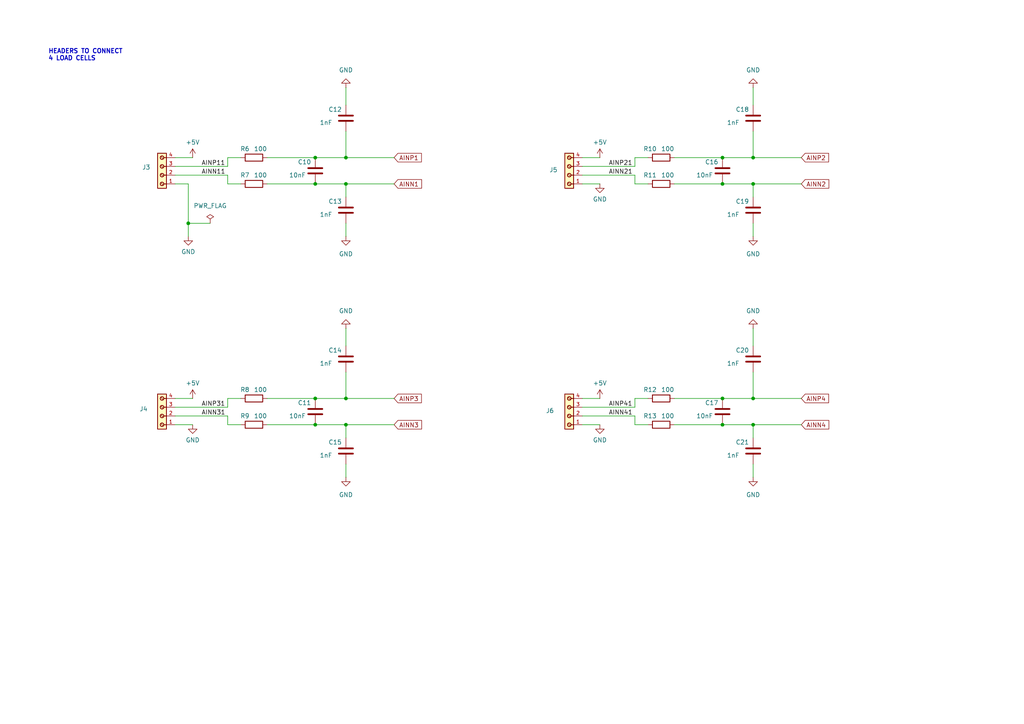
<source format=kicad_sch>
(kicad_sch (version 20231120) (generator "eeschema") (generator_version "8.0")
  (paper "A4")
  (lib_symbols
    (symbol "691210910004:691210910004" (pin_names (offset 1.016))
      (property "Reference" "J" (at -7.42 -0.922 0))
      (property "Value" "691210910004" (at -7.37 -2.58 0))
      (symbol "691210910004_0_0"
        (rectangle (start -6.35 -2.54) (end 3.81 0) (stroke (width 0.254)) (fill (type background)))
        (circle (center -5.08 -1.27) (radius 0.508) (stroke (width 0.254)))
        (circle (center -2.54 -1.27) (radius 0.508) (stroke (width 0.254)))
        (circle (center 0 -1.27) (radius 0.508) (stroke (width 0.254)))
        (polyline (pts (xy -5.08 -1.778) (xy -5.08 -2.54)) (stroke (width 0.254)))
        (polyline (pts (xy -4.826 -1.016) (xy -5.334 -1.524)) (stroke (width 0.1524)))
        (polyline (pts (xy -2.54 -1.778) (xy -2.54 -2.54)) (stroke (width 0.254)))
        (polyline (pts (xy -2.286 -1.016) (xy -2.794 -1.524)) (stroke (width 0.1524)))
        (polyline (pts (xy 0 -1.778) (xy 0 -2.54)) (stroke (width 0.254)))
        (polyline (pts (xy 0.254 -1.016) (xy -0.254 -1.524)) (stroke (width 0.1524)))
        (polyline (pts (xy 2.54 -1.778) (xy 2.54 -2.54)) (stroke (width 0.254)))
        (polyline (pts (xy 2.794 -1.016) (xy 2.286 -1.524)) (stroke (width 0.1524)))
        (circle (center 2.54 -1.27) (radius 0.508) (stroke (width 0.254)))
        (pin passive line (at -5.08 -5.08 90) (length 2.54) (name "~") (number "1"))
        (pin passive line (at -2.54 -5.08 90) (length 2.54) (name "~") (number "2"))
        (pin passive line (at 0 -5.08 90) (length 2.54) (name "~") (number "3"))
        (pin passive line (at 2.54 -5.08 90) (length 2.54) (name "~") (number "4"))
      )
    )
    (symbol "Device:C" (pin_numbers hide) (pin_names (offset 0.254))
      (property "Reference" "C" (at 0.635 2.54 0))
      (property "Value" "C" (at 0.635 -2.54 0))
      (symbol "C_0_1"
        (polyline (pts (xy -2.032 -0.762) (xy 2.032 -0.762)) (stroke (width 0.508)))
        (polyline (pts (xy -2.032 0.762) (xy 2.032 0.762)) (stroke (width 0.508)))
      )
      (symbol "C_1_1"
        (pin passive line (at 0 3.81 270) (length 2.794) (name "~") (number "1"))
        (pin passive line (at 0 -3.81 90) (length 2.794) (name "~") (number "2"))
      )
    )
    (symbol "Device:R" (pin_numbers hide) (pin_names (offset 0))
      (property "Reference" "R" (at 2.032 0 90))
      (property "Value" "R" (at 0 0 90))
      (symbol "R_0_1"
        (rectangle (start -1.016 -2.54) (end 1.016 2.54) (stroke (width 0.254)))
      )
      (symbol "R_1_1"
        (pin passive line (at 0 3.81 270) (length 1.27) (name "~") (number "1"))
        (pin passive line (at 0 -3.81 90) (length 1.27) (name "~") (number "2"))
      )
    )
    (symbol "power:+5V" (power) (pin_numbers hide) (pin_names (offset 0) hide)
      (property "Value" "+5V" (at 0 3.556 0))
      (symbol "+5V_0_1"
        (polyline (pts (xy -0.762 1.27) (xy 0 2.54)))
        (polyline (pts (xy 0 0) (xy 0 2.54)))
        (polyline (pts (xy 0 2.54) (xy 0.762 1.27)))
      )
      (symbol "+5V_1_1"
        (pin power_in line (at 0 0 90) (length 0) (name "~") (number "1"))
      )
    )
    (symbol "power:GND" (power) (pin_numbers hide) (pin_names (offset 0) hide)
      (property "Value" "GND" (at 0 -3.81 0))
      (symbol "GND_0_1"
        (polyline (pts (xy 0 0) (xy 0 -1.27) (xy 1.27 -1.27) (xy 0 -2.54) (xy -1.27 -1.27) (xy 0 -1.27)))
      )
      (symbol "GND_1_1"
        (pin power_in line (at 0 0 270) (length 0) (name "~") (number "1"))
      )
    )
    (symbol "power:PWR_FLAG" (power) (pin_numbers hide) (pin_names (offset 0) hide)
      (property "Value" "PWR_FLAG" (at 0 3.81 0))
      (symbol "PWR_FLAG_0_0"
        (pin power_out line (at 0 0 90) (length 0) (name "~") (number "1"))
      )
      (symbol "PWR_FLAG_0_1"
        (polyline (pts (xy 0 0) (xy 0 1.27) (xy -1.016 1.905) (xy 0 2.54) (xy 1.016 1.905) (xy 0 1.27)))
      )
    )
  )
  (junction (at 209.55 53.34))
  (junction (at 100.33 45.72))
  (junction (at 91.44 53.34))
  (junction (at 209.55 115.57))
  (junction (at 100.33 123.19))
  (junction (at 100.33 53.34))
  (junction (at 54.61 64.77))
  (junction (at 218.44 123.19))
  (junction (at 100.33 115.57))
  (junction (at 209.55 45.72))
  (junction (at 91.44 123.19))
  (junction (at 91.44 45.72))
  (junction (at 218.44 53.34))
  (junction (at 218.44 45.72))
  (junction (at 91.44 115.57))
  (junction (at 209.55 123.19))
  (junction (at 218.44 115.57))
  (wire (pts (xy 168.91 118.11) (xy 184.15 118.11)))
  (wire (pts (xy 168.91 50.8) (xy 184.15 50.8)))
  (wire (pts (xy 100.33 53.34) (xy 100.33 57.15)))
  (wire (pts (xy 77.47 123.19) (xy 91.44 123.19)))
  (wire (pts (xy 218.44 53.34) (xy 218.44 57.15)))
  (wire (pts (xy 66.04 48.26) (xy 66.04 45.72)))
  (wire (pts (xy 168.91 123.19) (xy 173.99 123.19)))
  (wire (pts (xy 66.04 118.11) (xy 66.04 115.57)))
  (wire (pts (xy 184.15 48.26) (xy 184.15 45.72)))
  (wire (pts (xy 100.33 53.34) (xy 114.3 53.34)))
  (wire (pts (xy 195.58 115.57) (xy 209.55 115.57)))
  (wire (pts (xy 195.58 123.19) (xy 209.55 123.19)))
  (wire (pts (xy 91.44 123.19) (xy 100.33 123.19)))
  (wire (pts (xy 218.44 115.57) (xy 232.41 115.57)))
  (wire (pts (xy 66.04 123.19) (xy 69.85 123.19)))
  (wire (pts (xy 168.91 53.34) (xy 173.99 53.34)))
  (wire (pts (xy 218.44 123.19) (xy 232.41 123.19)))
  (wire (pts (xy 66.04 50.8) (xy 66.04 53.34)))
  (wire (pts (xy 50.8 50.8) (xy 66.04 50.8)))
  (wire (pts (xy 100.33 115.57) (xy 114.3 115.57)))
  (wire (pts (xy 100.33 123.19) (xy 114.3 123.19)))
  (wire (pts (xy 66.04 115.57) (xy 69.85 115.57)))
  (wire (pts (xy 209.55 115.57) (xy 218.44 115.57)))
  (wire (pts (xy 91.44 45.72) (xy 100.33 45.72)))
  (wire (pts (xy 195.58 45.72) (xy 209.55 45.72)))
  (wire (pts (xy 184.15 118.11) (xy 184.15 115.57)))
  (wire (pts (xy 54.61 53.34) (xy 54.61 64.77)))
  (wire (pts (xy 184.15 120.65) (xy 184.15 123.19)))
  (wire (pts (xy 218.44 64.77) (xy 218.44 68.58)))
  (wire (pts (xy 168.91 120.65) (xy 184.15 120.65)))
  (wire (pts (xy 218.44 123.19) (xy 218.44 127)))
  (wire (pts (xy 168.91 115.57) (xy 173.99 115.57)))
  (wire (pts (xy 184.15 53.34) (xy 187.96 53.34)))
  (wire (pts (xy 77.47 115.57) (xy 91.44 115.57)))
  (wire (pts (xy 168.91 45.72) (xy 173.99 45.72)))
  (wire (pts (xy 91.44 53.34) (xy 100.33 53.34)))
  (wire (pts (xy 66.04 45.72) (xy 69.85 45.72)))
  (wire (pts (xy 100.33 107.95) (xy 100.33 115.57)))
  (wire (pts (xy 100.33 134.62) (xy 100.33 138.43)))
  (wire (pts (xy 184.15 50.8) (xy 184.15 53.34)))
  (wire (pts (xy 100.33 38.1) (xy 100.33 45.72)))
  (wire (pts (xy 184.15 115.57) (xy 187.96 115.57)))
  (wire (pts (xy 218.44 134.62) (xy 218.44 138.43)))
  (wire (pts (xy 184.15 45.72) (xy 187.96 45.72)))
  (wire (pts (xy 100.33 95.25) (xy 100.33 100.33)))
  (wire (pts (xy 54.61 64.77) (xy 54.61 68.58)))
  (wire (pts (xy 209.55 123.19) (xy 218.44 123.19)))
  (wire (pts (xy 66.04 53.34) (xy 69.85 53.34)))
  (wire (pts (xy 100.33 123.19) (xy 100.33 127)))
  (wire (pts (xy 209.55 53.34) (xy 218.44 53.34)))
  (wire (pts (xy 218.44 45.72) (xy 232.41 45.72)))
  (wire (pts (xy 100.33 45.72) (xy 114.3 45.72)))
  (wire (pts (xy 218.44 25.4) (xy 218.44 30.48)))
  (wire (pts (xy 54.61 53.34) (xy 50.8 53.34)))
  (wire (pts (xy 50.8 115.57) (xy 55.88 115.57)))
  (wire (pts (xy 66.04 120.65) (xy 66.04 123.19)))
  (wire (pts (xy 218.44 107.95) (xy 218.44 115.57)))
  (wire (pts (xy 91.44 115.57) (xy 100.33 115.57)))
  (wire (pts (xy 77.47 53.34) (xy 91.44 53.34)))
  (wire (pts (xy 218.44 38.1) (xy 218.44 45.72)))
  (wire (pts (xy 50.8 123.19) (xy 55.88 123.19)))
  (wire (pts (xy 218.44 53.34) (xy 232.41 53.34)))
  (wire (pts (xy 184.15 123.19) (xy 187.96 123.19)))
  (wire (pts (xy 60.96 64.77) (xy 54.61 64.77)))
  (wire (pts (xy 50.8 45.72) (xy 55.88 45.72)))
  (wire (pts (xy 209.55 45.72) (xy 218.44 45.72)))
  (wire (pts (xy 50.8 120.65) (xy 66.04 120.65)))
  (wire (pts (xy 218.44 95.25) (xy 218.44 100.33)))
  (wire (pts (xy 100.33 64.77) (xy 100.33 68.58)))
  (wire (pts (xy 50.8 118.11) (xy 66.04 118.11)))
  (wire (pts (xy 168.91 48.26) (xy 184.15 48.26)))
  (wire (pts (xy 195.58 53.34) (xy 209.55 53.34)))
  (wire (pts (xy 77.47 45.72) (xy 91.44 45.72)))
  (wire (pts (xy 100.33 25.4) (xy 100.33 30.48)))
  (wire (pts (xy 50.8 48.26) (xy 66.04 48.26)))
  (text "HEADERS TO CONNECT\n4 LOAD CELLS" (at 13.97 17.78 0) (effects (font (size 1.27 1.27) (thickness 0.254) (bold yes)) (justify left bottom)))
  (label "AINP41" (at 176.53 118.11 0))
  (label "AINN31" (at 58.42 120.65 0))
  (label "AINN41" (at 176.53 120.65 0))
  (label "AINP21" (at 176.53 48.26 0))
  (label "AINN11" (at 58.42 50.8 0))
  (label "AINN21" (at 176.53 50.8 0))
  (label "AINP11" (at 58.42 48.26 0))
  (label "AINP31" (at 58.42 118.11 0))
  (global_label "AINP3" (shape input) (at 114.3 115.57 0) (property "Intersheetrefs" "${INTERSHEET_REFS}" (effects (hide yes))))
  (global_label "AINN1" (shape input) (at 114.3 53.34 0) (property "Intersheetrefs" "${INTERSHEET_REFS}" (effects (hide yes))))
  (global_label "AINP2" (shape input) (at 232.41 45.72 0) (property "Intersheetrefs" "${INTERSHEET_REFS}" (effects (hide yes))))
  (global_label "AINP4" (shape input) (at 232.41 115.57 0) (property "Intersheetrefs" "${INTERSHEET_REFS}" (effects (hide yes))))
  (global_label "AINN2" (shape input) (at 232.41 53.34 0) (property "Intersheetrefs" "${INTERSHEET_REFS}" (effects (hide yes))))
  (global_label "AINN4" (shape input) (at 232.41 123.19 0) (property "Intersheetrefs" "${INTERSHEET_REFS}" (effects (hide yes))))
  (global_label "AINN3" (shape input) (at 114.3 123.19 0) (property "Intersheetrefs" "${INTERSHEET_REFS}" (effects (hide yes))))
  (global_label "AINP1" (shape input) (at 114.3 45.72 0) (property "Intersheetrefs" "${INTERSHEET_REFS}" (effects (hide yes))))
  (symbol (lib_id "power:GND") (at 173.99 53.34 0) (unit 1)
    (property "Reference" "#PWR04" (effects (hide yes)))
    (property "Value" "GND" (at 173.99 57.785 0))
    (property "Description" "Power symbol creates a global label with name \"GND\" , ground" (effects (hide yes)))
  )
  (symbol (lib_id "Device:R") (at 73.66 53.34 90) (unit 1)
    (property "Reference" "R7" (at 72.39 50.8 90) (effects (justify left)))
    (property "Value" "100" (at 77.47 50.8 90) (effects (justify left)))
    (property "Footprint" "Resistor_SMD:R_0805_2012Metric_Pad1.20x1.40mm_HandSolder" (effects (hide yes)))
  )
  (symbol (lib_id "power:GND") (at 218.44 138.43 0) (unit 1)
    (property "Reference" "#PWR036" (effects (hide yes)))
    (property "Value" "GND" (at 218.44 143.51 0))
    (property "Description" "Power symbol creates a global label with name \"GND\" , ground" (effects (hide yes)))
  )
  (symbol (lib_id "Device:C") (at 91.44 49.53 0) (unit 1)
    (property "Reference" "C10" (at 86.36 46.99 0) (effects (justify left)))
    (property "Value" "10nF" (at 83.82 50.8 0) (effects (justify left)))
    (property "Footprint" "Capacitor_SMD:C_0805_2012Metric_Pad1.18x1.45mm_HandSolder" (effects (hide yes)))
  )
  (symbol (lib_id "Device:C") (at 209.55 119.38 0) (unit 1)
    (property "Reference" "C17" (at 204.47 116.84 0) (effects (justify left)))
    (property "Value" "10nF" (at 201.93 120.65 0) (effects (justify left)))
    (property "Footprint" "Capacitor_SMD:C_0805_2012Metric_Pad1.18x1.45mm_HandSolder" (effects (hide yes)))
  )
  (symbol (lib_id "power:GND") (at 218.44 68.58 0) (unit 1)
    (property "Reference" "#PWR010" (effects (hide yes)))
    (property "Value" "GND" (at 218.44 73.66 0))
    (property "Description" "Power symbol creates a global label with name \"GND\" , ground" (effects (hide yes)))
  )
  (symbol (lib_id "power:GND") (at 100.33 68.58 0) (unit 1)
    (property "Reference" "#PWR08" (effects (hide yes)))
    (property "Value" "GND" (at 100.33 73.66 0))
    (property "Description" "Power symbol creates a global label with name \"GND\" , ground" (effects (hide yes)))
  )
  (symbol (lib_id "power:GND") (at 218.44 95.25 180) (unit 1)
    (property "Reference" "#PWR035" (effects (hide yes)))
    (property "Value" "GND" (at 218.44 90.17 0))
    (property "Description" "Power symbol creates a global label with name \"GND\" , ground" (effects (hide yes)))
  )
  (symbol (lib_id "691210910004:691210910004") (at 45.72 48.26 90) (unit 1)
    (property "Reference" "J3" (at 42.418 48.514 90))
    (property "Value" "691210910004" (effects (hide yes)))
    (property "Footprint" "691210910004:691210910004" (effects (hide yes)))
    (property "Check_prices" "https://www.snapeda.com/parts/691210910004/W%25C3%25BCrth+Elektronik+Midcom/view-part/?ref=eda" (effects (hide yes)))
    (property "WIRE" "30 to 18 (AWG) 0.0509 to 0.823 (mm²)" (effects (hide yes)))
    (property "Description_1" "\n                        \n                            4 Position Wire to Board Terminal Block Horizontal with Board 0.100 (2.54mm) Through Hole\n                        \n" (effects (hide yes)))
    (property "Package" "None" (effects (hide yes)))
    (property "MOUNT" "THT" (effects (hide yes)))
    (property "IR-UL" "6A" (effects (hide yes)))
    (property "Availability" "In Stock" (effects (hide yes)))
    (property "WORKING-VOLTAGE-UL" "150V (AC)" (effects (hide yes)))
    (property "PART-NUMBER" "691210910004" (effects (hide yes)))
    (property "MF" "Würth Elektronik" (effects (hide yes)))
    (property "DATASHEET-URL" "https://www.we-online.com/redexpert/spec/691210910004?ae" (effects (hide yes)))
    (property "MP" "691210910004" (effects (hide yes)))
    (property "PITCH" "2.54mm" (effects (hide yes)))
    (property "PINS" "4" (effects (hide yes)))
    (property "TYPE" "Horizontal" (effects (hide yes)))
    (property "Price" "None" (effects (hide yes)))
    (property "SnapEDA_Link" "https://www.snapeda.com/parts/691210910004/W%25C3%25BCrth+Elektronik+Midcom/view-part/?ref=snap" (effects (hide yes)))
  )
  (symbol (lib_id "Device:R") (at 191.77 115.57 90) (unit 1)
    (property "Reference" "R12" (at 190.5 113.03 90) (effects (justify left)))
    (property "Value" "100" (at 195.58 113.03 90) (effects (justify left)))
    (property "Footprint" "Resistor_SMD:R_0805_2012Metric_Pad1.20x1.40mm_HandSolder" (effects (hide yes)))
  )
  (symbol (lib_id "Device:C") (at 218.44 60.96 0) (unit 1)
    (property "Reference" "C19" (at 213.36 58.42 0) (effects (justify left)))
    (property "Value" "1nF" (at 210.82 62.23 0) (effects (justify left)))
    (property "Footprint" "Capacitor_SMD:C_0805_2012Metric_Pad1.18x1.45mm_HandSolder" (effects (hide yes)))
  )
  (symbol (lib_id "Device:R") (at 191.77 123.19 90) (unit 1)
    (property "Reference" "R13" (at 190.5 120.65 90) (effects (justify left)))
    (property "Value" "100" (at 195.58 120.65 90) (effects (justify left)))
    (property "Footprint" "Resistor_SMD:R_0805_2012Metric_Pad1.20x1.40mm_HandSolder" (effects (hide yes)))
  )
  (symbol (lib_id "691210910004:691210910004") (at 45.72 118.11 90) (unit 1)
    (property "Reference" "J4" (at 41.656 118.618 90))
    (property "Value" "691210910004" (effects (hide yes)))
    (property "Footprint" "691210910004:691210910004" (effects (hide yes)))
    (property "Check_prices" "https://www.snapeda.com/parts/691210910004/W%25C3%25BCrth+Elektronik+Midcom/view-part/?ref=eda" (effects (hide yes)))
    (property "WIRE" "30 to 18 (AWG) 0.0509 to 0.823 (mm²)" (effects (hide yes)))
    (property "Description_1" "\n                        \n                            4 Position Wire to Board Terminal Block Horizontal with Board 0.100 (2.54mm) Through Hole\n                        \n" (effects (hide yes)))
    (property "Package" "None" (effects (hide yes)))
    (property "MOUNT" "THT" (effects (hide yes)))
    (property "IR-UL" "6A" (effects (hide yes)))
    (property "Availability" "In Stock" (effects (hide yes)))
    (property "WORKING-VOLTAGE-UL" "150V (AC)" (effects (hide yes)))
    (property "PART-NUMBER" "691210910004" (effects (hide yes)))
    (property "MF" "Würth Elektronik" (effects (hide yes)))
    (property "DATASHEET-URL" "https://www.we-online.com/redexpert/spec/691210910004?ae" (effects (hide yes)))
    (property "MP" "691210910004" (effects (hide yes)))
    (property "PITCH" "2.54mm" (effects (hide yes)))
    (property "PINS" "4" (effects (hide yes)))
    (property "TYPE" "Horizontal" (effects (hide yes)))
    (property "Price" "None" (effects (hide yes)))
    (property "SnapEDA_Link" "https://www.snapeda.com/parts/691210910004/W%25C3%25BCrth+Elektronik+Midcom/view-part/?ref=snap" (effects (hide yes)))
  )
  (symbol (lib_id "Device:C") (at 100.33 104.14 0) (unit 1)
    (property "Reference" "C14" (at 95.25 101.6 0) (effects (justify left)))
    (property "Value" "1nF" (at 92.71 105.41 0) (effects (justify left)))
    (property "Footprint" "Capacitor_SMD:C_0805_2012Metric_Pad1.18x1.45mm_HandSolder" (effects (hide yes)))
  )
  (symbol (lib_id "Device:C") (at 218.44 104.14 0) (unit 1)
    (property "Reference" "C20" (at 213.36 101.6 0) (effects (justify left)))
    (property "Value" "1nF" (at 210.82 105.41 0) (effects (justify left)))
    (property "Footprint" "Capacitor_SMD:C_0805_2012Metric_Pad1.18x1.45mm_HandSolder" (effects (hide yes)))
  )
  (symbol (lib_id "Device:R") (at 73.66 115.57 90) (unit 1)
    (property "Reference" "R8" (at 72.39 113.03 90) (effects (justify left)))
    (property "Value" "100" (at 77.47 113.03 90) (effects (justify left)))
    (property "Footprint" "Resistor_SMD:R_0805_2012Metric_Pad1.20x1.40mm_HandSolder" (effects (hide yes)))
  )
  (symbol (lib_id "691210910004:691210910004") (at 163.83 48.26 90) (unit 1)
    (property "Reference" "J5" (at 160.528 49.276 90))
    (property "Value" "691210910004" (effects (hide yes)))
    (property "Footprint" "691210910004:691210910004" (effects (hide yes)))
    (property "Check_prices" "https://www.snapeda.com/parts/691210910004/W%25C3%25BCrth+Elektronik+Midcom/view-part/?ref=eda" (effects (hide yes)))
    (property "WIRE" "30 to 18 (AWG) 0.0509 to 0.823 (mm²)" (effects (hide yes)))
    (property "Description_1" "\n                        \n                            4 Position Wire to Board Terminal Block Horizontal with Board 0.100 (2.54mm) Through Hole\n                        \n" (effects (hide yes)))
    (property "Package" "None" (effects (hide yes)))
    (property "MOUNT" "THT" (effects (hide yes)))
    (property "IR-UL" "6A" (effects (hide yes)))
    (property "Availability" "In Stock" (effects (hide yes)))
    (property "WORKING-VOLTAGE-UL" "150V (AC)" (effects (hide yes)))
    (property "PART-NUMBER" "691210910004" (effects (hide yes)))
    (property "MF" "Würth Elektronik" (effects (hide yes)))
    (property "DATASHEET-URL" "https://www.we-online.com/redexpert/spec/691210910004?ae" (effects (hide yes)))
    (property "MP" "691210910004" (effects (hide yes)))
    (property "PITCH" "2.54mm" (effects (hide yes)))
    (property "PINS" "4" (effects (hide yes)))
    (property "TYPE" "Horizontal" (effects (hide yes)))
    (property "Price" "None" (effects (hide yes)))
    (property "SnapEDA_Link" "https://www.snapeda.com/parts/691210910004/W%25C3%25BCrth+Elektronik+Midcom/view-part/?ref=snap" (effects (hide yes)))
  )
  (symbol (lib_id "power:+5V") (at 55.88 115.57 0) (unit 1)
    (property "Reference" "#PWR017" (effects (hide yes)))
    (property "Value" "+5V" (at 55.88 111.125 0))
    (property "Description" "Power symbol creates a global label with name \"+5V\"" (effects (hide yes)))
  )
  (symbol (lib_id "power:GND") (at 173.99 123.19 0) (unit 1)
    (property "Reference" "#PWR034" (effects (hide yes)))
    (property "Value" "GND" (at 173.99 127.635 0))
    (property "Description" "Power symbol creates a global label with name \"GND\" , ground" (effects (hide yes)))
  )
  (symbol (lib_id "power:GND") (at 100.33 25.4 180) (unit 1)
    (property "Reference" "#PWR07" (effects (hide yes)))
    (property "Value" "GND" (at 100.33 20.32 0))
    (property "Description" "Power symbol creates a global label with name \"GND\" , ground" (effects (hide yes)))
  )
  (symbol (lib_id "Device:R") (at 191.77 53.34 90) (unit 1)
    (property "Reference" "R11" (at 190.5 50.8 90) (effects (justify left)))
    (property "Value" "100" (at 195.58 50.8 90) (effects (justify left)))
    (property "Footprint" "Resistor_SMD:R_0805_2012Metric_Pad1.20x1.40mm_HandSolder" (effects (hide yes)))
  )
  (symbol (lib_id "Device:C") (at 100.33 34.29 0) (unit 1)
    (property "Reference" "C12" (at 95.25 31.75 0) (effects (justify left)))
    (property "Value" "1nF" (at 92.71 35.56 0) (effects (justify left)))
    (property "Footprint" "Capacitor_SMD:C_0805_2012Metric_Pad1.18x1.45mm_HandSolder" (effects (hide yes)))
  )
  (symbol (lib_id "power:GND") (at 55.88 123.19 0) (unit 1)
    (property "Reference" "#PWR018" (effects (hide yes)))
    (property "Value" "GND" (at 55.88 127.635 0))
    (property "Description" "Power symbol creates a global label with name \"GND\" , ground" (effects (hide yes)))
  )
  (symbol (lib_id "power:+5V") (at 173.99 45.72 0) (unit 1)
    (property "Reference" "#PWR03" (effects (hide yes)))
    (property "Value" "+5V" (at 173.99 41.275 0))
    (property "Description" "Power symbol creates a global label with name \"+5V\"" (effects (hide yes)))
  )
  (symbol (lib_id "Device:R") (at 73.66 45.72 90) (unit 1)
    (property "Reference" "R6" (at 72.39 43.18 90) (effects (justify left)))
    (property "Value" "100" (at 77.47 43.18 90) (effects (justify left)))
    (property "Footprint" "Resistor_SMD:R_0805_2012Metric_Pad1.20x1.40mm_HandSolder" (effects (hide yes)))
  )
  (symbol (lib_id "Device:C") (at 209.55 49.53 0) (unit 1)
    (property "Reference" "C16" (at 204.47 46.99 0) (effects (justify left)))
    (property "Value" "10nF" (at 201.93 50.8 0) (effects (justify left)))
    (property "Footprint" "Capacitor_SMD:C_0805_2012Metric_Pad1.18x1.45mm_HandSolder" (effects (hide yes)))
  )
  (symbol (lib_id "power:GND") (at 218.44 25.4 180) (unit 1)
    (property "Reference" "#PWR09" (effects (hide yes)))
    (property "Value" "GND" (at 218.44 20.32 0))
    (property "Description" "Power symbol creates a global label with name \"GND\" , ground" (effects (hide yes)))
  )
  (symbol (lib_id "Device:R") (at 73.66 123.19 90) (unit 1)
    (property "Reference" "R9" (at 72.39 120.65 90) (effects (justify left)))
    (property "Value" "100" (at 77.47 120.65 90) (effects (justify left)))
    (property "Footprint" "Resistor_SMD:R_0805_2012Metric_Pad1.20x1.40mm_HandSolder" (effects (hide yes)))
  )
  (symbol (lib_id "power:GND") (at 54.61 68.58 0) (unit 1)
    (property "Reference" "#PWR02" (effects (hide yes)))
    (property "Value" "GND" (at 54.61 73.025 0))
    (property "Description" "Power symbol creates a global label with name \"GND\" , ground" (effects (hide yes)))
  )
  (symbol (lib_id "power:GND") (at 100.33 138.43 0) (unit 1)
    (property "Reference" "#PWR025" (effects (hide yes)))
    (property "Value" "GND" (at 100.33 143.51 0))
    (property "Description" "Power symbol creates a global label with name \"GND\" , ground" (effects (hide yes)))
  )
  (symbol (lib_id "Device:C") (at 218.44 34.29 0) (unit 1)
    (property "Reference" "C18" (at 213.36 31.75 0) (effects (justify left)))
    (property "Value" "1nF" (at 210.82 35.56 0) (effects (justify left)))
    (property "Footprint" "Capacitor_SMD:C_0805_2012Metric_Pad1.18x1.45mm_HandSolder" (effects (hide yes)))
  )
  (symbol (lib_id "Device:C") (at 100.33 60.96 0) (unit 1)
    (property "Reference" "C13" (at 95.25 58.42 0) (effects (justify left)))
    (property "Value" "1nF" (at 92.71 62.23 0) (effects (justify left)))
    (property "Footprint" "Capacitor_SMD:C_0805_2012Metric_Pad1.18x1.45mm_HandSolder" (effects (hide yes)))
  )
  (symbol (lib_id "Device:C") (at 91.44 119.38 0) (unit 1)
    (property "Reference" "C11" (at 86.36 116.84 0) (effects (justify left)))
    (property "Value" "10nF" (at 83.82 120.65 0) (effects (justify left)))
    (property "Footprint" "Capacitor_SMD:C_0805_2012Metric_Pad1.18x1.45mm_HandSolder" (effects (hide yes)))
  )
  (symbol (lib_id "691210910004:691210910004") (at 163.83 118.11 90) (unit 1)
    (property "Reference" "J6" (at 159.512 119.126 90))
    (property "Value" "691210910004" (effects (hide yes)))
    (property "Footprint" "691210910004:691210910004" (effects (hide yes)))
    (property "Check_prices" "https://www.snapeda.com/parts/691210910004/W%25C3%25BCrth+Elektronik+Midcom/view-part/?ref=eda" (effects (hide yes)))
    (property "WIRE" "30 to 18 (AWG) 0.0509 to 0.823 (mm²)" (effects (hide yes)))
    (property "Description_1" "\n                        \n                            4 Position Wire to Board Terminal Block Horizontal with Board 0.100 (2.54mm) Through Hole\n                        \n" (effects (hide yes)))
    (property "Package" "None" (effects (hide yes)))
    (property "MOUNT" "THT" (effects (hide yes)))
    (property "IR-UL" "6A" (effects (hide yes)))
    (property "Availability" "In Stock" (effects (hide yes)))
    (property "WORKING-VOLTAGE-UL" "150V (AC)" (effects (hide yes)))
    (property "PART-NUMBER" "691210910004" (effects (hide yes)))
    (property "MF" "Würth Elektronik" (effects (hide yes)))
    (property "DATASHEET-URL" "https://www.we-online.com/redexpert/spec/691210910004?ae" (effects (hide yes)))
    (property "MP" "691210910004" (effects (hide yes)))
    (property "PITCH" "2.54mm" (effects (hide yes)))
    (property "PINS" "4" (effects (hide yes)))
    (property "TYPE" "Horizontal" (effects (hide yes)))
    (property "Price" "None" (effects (hide yes)))
    (property "SnapEDA_Link" "https://www.snapeda.com/parts/691210910004/W%25C3%25BCrth+Elektronik+Midcom/view-part/?ref=snap" (effects (hide yes)))
  )
  (symbol (lib_id "power:+5V") (at 55.88 45.72 0) (unit 1)
    (property "Reference" "#PWR01" (effects (hide yes)))
    (property "Value" "+5V" (at 55.88 41.275 0))
    (property "Description" "Power symbol creates a global label with name \"+5V\"" (effects (hide yes)))
  )
  (symbol (lib_id "Device:R") (at 191.77 45.72 90) (unit 1)
    (property "Reference" "R10" (at 190.5 43.18 90) (effects (justify left)))
    (property "Value" "100" (at 195.58 43.18 90) (effects (justify left)))
    (property "Footprint" "Resistor_SMD:R_0805_2012Metric_Pad1.20x1.40mm_HandSolder" (effects (hide yes)))
  )
  (symbol (lib_id "power:GND") (at 100.33 95.25 180) (unit 1)
    (property "Reference" "#PWR024" (effects (hide yes)))
    (property "Value" "GND" (at 100.33 90.17 0))
    (property "Description" "Power symbol creates a global label with name \"GND\" , ground" (effects (hide yes)))
  )
  (symbol (lib_id "Device:C") (at 218.44 130.81 0) (unit 1)
    (property "Reference" "C21" (at 213.36 128.27 0) (effects (justify left)))
    (property "Value" "1nF" (at 210.82 132.08 0) (effects (justify left)))
    (property "Footprint" "Capacitor_SMD:C_0805_2012Metric_Pad1.18x1.45mm_HandSolder" (effects (hide yes)))
  )
  (symbol (lib_id "Device:C") (at 100.33 130.81 0) (unit 1)
    (property "Reference" "C15" (at 95.25 128.27 0) (effects (justify left)))
    (property "Value" "1nF" (at 92.71 132.08 0) (effects (justify left)))
    (property "Footprint" "Capacitor_SMD:C_0805_2012Metric_Pad1.18x1.45mm_HandSolder" (effects (hide yes)))
  )
  (symbol (lib_id "power:+5V") (at 173.99 115.57 0) (unit 1)
    (property "Reference" "#PWR026" (effects (hide yes)))
    (property "Value" "+5V" (at 173.99 111.125 0))
    (property "Description" "Power symbol creates a global label with name \"+5V\"" (effects (hide yes)))
  )
  (symbol (lib_id "power:PWR_FLAG") (at 60.96 64.77 0) (unit 1)
    (property "Reference" "#FLG02" (effects (hide yes)))
    (property "Value" "PWR_FLAG" (at 60.96 59.69 0))
    (property "Description" "Special symbol for telling ERC where power comes from" (effects (hide yes)))
  )
)
</source>
